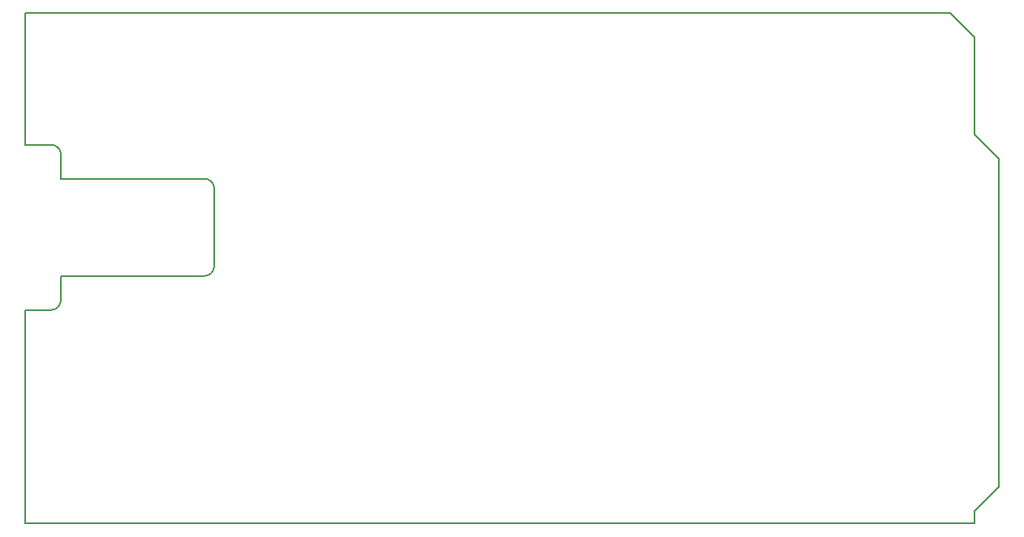
<source format=gbr>
G04 #@! TF.GenerationSoftware,KiCad,Pcbnew,5.1.7-a382d34a8~88~ubuntu20.04.1*
G04 #@! TF.CreationDate,2021-04-18T18:19:09-03:00*
G04 #@! TF.ProjectId,h730duino,68373330-6475-4696-9e6f-2e6b69636164,rev?*
G04 #@! TF.SameCoordinates,Original*
G04 #@! TF.FileFunction,Profile,NP*
%FSLAX46Y46*%
G04 Gerber Fmt 4.6, Leading zero omitted, Abs format (unit mm)*
G04 Created by KiCad (PCBNEW 5.1.7-a382d34a8~88~ubuntu20.04.1) date 2021-04-18 18:19:09*
%MOMM*%
%LPD*%
G01*
G04 APERTURE LIST*
G04 #@! TA.AperFunction,Profile*
%ADD10C,0.150000*%
G04 #@! TD*
G04 APERTURE END LIST*
D10*
X103378000Y-82067400D02*
X103378000Y-68326000D01*
X106095800Y-99339400D02*
X103378000Y-99339400D01*
X107111800Y-98323400D02*
G75*
G02*
X106095800Y-99339400I-1016000J0D01*
G01*
X107111800Y-95783400D02*
X107111800Y-98323400D01*
X122097800Y-95783400D02*
X107111800Y-95783400D01*
X123113800Y-94767400D02*
G75*
G02*
X122097800Y-95783400I-1016000J0D01*
G01*
X123113800Y-86639400D02*
X123113800Y-94767400D01*
X122097800Y-85623400D02*
G75*
G02*
X123113800Y-86639400I0J-1016000D01*
G01*
X107111800Y-85623400D02*
X122097800Y-85623400D01*
X107111800Y-83083400D02*
X107111800Y-85623400D01*
X106095800Y-82067400D02*
G75*
G02*
X107111800Y-83083400I0J-1016000D01*
G01*
X103378000Y-82067400D02*
X106095800Y-82067400D01*
X103378000Y-121666000D02*
X103378000Y-99339400D01*
X202438000Y-121666000D02*
X103378000Y-121666000D01*
X202438000Y-120396000D02*
X202438000Y-121666000D01*
X204978000Y-117856000D02*
X202438000Y-120396000D01*
X204978000Y-83566000D02*
X204978000Y-117856000D01*
X202438000Y-81026000D02*
X204978000Y-83566000D01*
X202438000Y-70866000D02*
X202438000Y-81026000D01*
X199898000Y-68326000D02*
X202438000Y-70866000D01*
X103378000Y-68326000D02*
X199898000Y-68326000D01*
M02*

</source>
